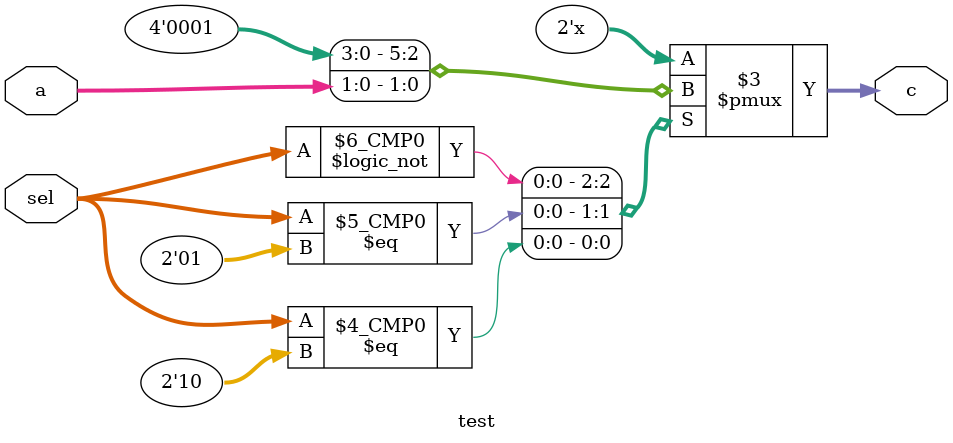
<source format=v>
module test (sel,a,c);
 input [1:0] a ;
 input [1:0] sel;
 output [1:0] c;
 reg [1:0] c;
 `define ZERO 0
 `define ONE 1
 `define TWO 2
 `define THREE 3
 always @ (a or sel)
   case (sel) //warning here, default item is lost
             //If sel signal is X or Z , it may cause problem
   `ZERO: c = 2'b00;
   `ONE : c = 2'b01;
   `TWO : c = a;
    //default: c= 2'b11;
   //`THREE: c= 2'b11;
   endcase
endmodule


</source>
